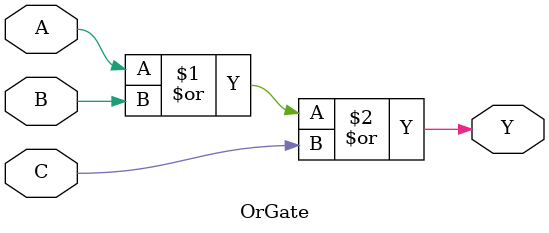
<source format=sv>
module OrGate (
	input logic A,
	input logic B,
	input logic C,
	output logic Y
);

	assign Y = A | B | C;
	
endmodule

</source>
